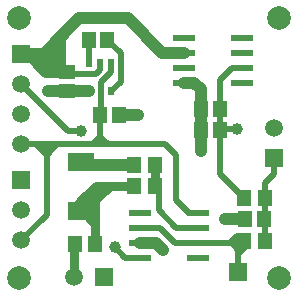
<source format=gtl>
G04 Layer_Physical_Order=1*
G04 Layer_Color=255*
%FSLAX42Y42*%
%MOMM*%
G71*
G01*
G75*
%ADD10R,1.30X1.40*%
%ADD11R,2.18X1.62*%
%ADD12R,1.15X1.35*%
%ADD13R,0.55X0.80*%
%ADD14R,1.98X0.56*%
%ADD15R,1.40X1.30*%
%ADD16C,0.50*%
%ADD17C,1.00*%
%ADD18C,0.80*%
%ADD19R,0.90X1.00*%
%ADD20C,2.00*%
%ADD21R,1.50X1.50*%
%ADD22C,1.50*%
%ADD23R,1.50X1.50*%
%ADD24C,1.00*%
D10*
X1890Y3060D02*
D03*
X2050D02*
D03*
X1990Y2420D02*
D03*
X2150D02*
D03*
X3000Y2470D02*
D03*
X2840D02*
D03*
X3000Y2290D02*
D03*
X2840D02*
D03*
X3372Y1537D02*
D03*
X3212D02*
D03*
D11*
X1827Y1605D02*
D03*
Y2027D02*
D03*
D12*
X1948Y1330D02*
D03*
X1773D02*
D03*
X2450Y1820D02*
D03*
X2275D02*
D03*
X3205Y1717D02*
D03*
X3380D02*
D03*
X3383Y1357D02*
D03*
X3208D02*
D03*
X2275Y2000D02*
D03*
X2450D02*
D03*
D13*
X2082Y2620D02*
D03*
X1892D02*
D03*
Y2860D02*
D03*
X1987D02*
D03*
X2082D02*
D03*
D14*
X2697Y3074D02*
D03*
Y2947D02*
D03*
Y2820D02*
D03*
Y2693D02*
D03*
X3190D02*
D03*
Y2820D02*
D03*
Y2947D02*
D03*
Y3074D02*
D03*
X2820Y1213D02*
D03*
Y1340D02*
D03*
Y1467D02*
D03*
Y1594D02*
D03*
X2327D02*
D03*
Y1467D02*
D03*
Y1340D02*
D03*
Y1213D02*
D03*
D15*
X1711Y2788D02*
D03*
Y2628D02*
D03*
D16*
X3383Y1357D02*
Y1727D01*
X3380Y1725D02*
Y1845D01*
Y1717D02*
Y1725D01*
Y1845D02*
X3460Y1925D01*
Y2060D01*
X3000Y1922D02*
X3205Y1717D01*
X3000Y1922D02*
Y2290D01*
X3159Y1246D02*
X3239Y1326D01*
X3159Y1280D02*
Y1309D01*
Y1246D02*
Y1280D01*
X3122Y1346D02*
X3159Y1309D01*
Y1280D02*
X3176Y1263D01*
X3093Y1346D02*
X3159Y1280D01*
X3087Y1340D02*
X3093Y1346D01*
X2820Y1340D02*
X3087D01*
X3093Y1346D02*
X3122D01*
X3164Y1400D02*
X3208Y1357D01*
X3147Y1400D02*
X3164D01*
X3093Y1346D02*
X3147Y1400D01*
X3159Y1092D02*
Y1246D01*
X3122Y1346D02*
X3196D01*
X3208Y1357D01*
X3159Y1309D02*
X3196Y1346D01*
X1320Y2680D02*
X1713Y2287D01*
X1827D01*
X1997Y2427D02*
Y2697D01*
X1990Y2420D02*
X1997Y2427D01*
Y2697D02*
X2082Y2782D01*
X1482Y2138D02*
X1535Y2085D01*
X1453Y2167D02*
X1482Y2138D01*
X1543D01*
X1453Y2172D02*
X1622D01*
X1320D02*
X1453D01*
Y2167D02*
Y2172D01*
X1535Y2085D02*
X1622Y2172D01*
X1925D01*
X1535Y1577D02*
Y2085D01*
X1320Y1362D02*
X1535Y1577D01*
X2620Y1340D02*
X2820D01*
X2493Y1467D02*
X2620Y1340D01*
X2327Y1467D02*
X2493D01*
X2632D02*
X2820D01*
X2483Y1616D02*
X2632Y1467D01*
X2483Y1616D02*
Y1787D01*
X2626Y1704D02*
Y2086D01*
X2541Y2172D02*
X2626Y2086D01*
X1983Y2172D02*
X2541D01*
X2450Y1820D02*
X2483Y1787D01*
X2626Y1704D02*
X2736Y1594D01*
X2820D01*
X1990Y2237D02*
X2055Y2172D01*
X1925D02*
X1983D01*
X1990Y2237D02*
Y2420D01*
Y2179D02*
Y2237D01*
X1925Y2172D02*
X1990Y2237D01*
X1983Y2172D02*
X1990Y2179D01*
X3000Y2720D02*
X3100Y2820D01*
X3000Y2530D02*
Y2720D01*
Y2530D02*
X3030Y2500D01*
X2110Y1300D02*
X2197Y1213D01*
X2327D01*
X2050Y3060D02*
X2165Y2945D01*
Y2703D02*
Y2945D01*
X3000Y2290D02*
Y2470D01*
X1892Y2860D02*
Y3058D01*
X2082Y2620D02*
X2165Y2703D01*
X2082Y2782D02*
Y2860D01*
X1952Y2765D02*
X1987Y2801D01*
Y2860D01*
X3383Y1727D02*
X3390D01*
X3380Y1725D02*
X3383Y1727D01*
X3208Y1357D02*
X3239Y1326D01*
X1650Y2790D02*
X1652Y2788D01*
X1675Y2765D01*
X1952D01*
X3000Y2290D02*
X3001Y2289D01*
X3012Y2300D01*
X3148D01*
D17*
X3045Y1537D02*
X3212D01*
X2697Y2693D02*
X2784D01*
X2840Y2637D01*
Y2470D02*
Y2637D01*
Y2120D02*
Y2290D01*
Y2470D01*
X2067Y2000D02*
X2275D01*
X1855D02*
X2067D01*
X2304Y2420D02*
X2305Y2419D01*
X2150Y2420D02*
X2304D01*
X1550Y2625D02*
X1553Y2627D01*
Y2627D01*
X1553Y2628D01*
X1711D01*
X1718Y2620D02*
X1892D01*
X1711Y2628D02*
X1718Y2620D01*
X2460Y1340D02*
X2520Y1280D01*
X2327Y1340D02*
X2460D01*
X1650Y3078D02*
X1812Y3240D01*
X1650Y3080D02*
X1680Y3110D01*
X1556Y2974D02*
X1650Y2880D01*
X1546Y2974D02*
X1556D01*
X1506Y2934D02*
X1546Y2974D01*
X2513Y2947D02*
X2697D01*
X2220Y3240D02*
X2513Y2947D01*
X1812Y3240D02*
X2220D01*
X1652Y2788D02*
X1711D01*
X1650Y2790D02*
Y2880D01*
X1506Y2934D02*
X1650Y2790D01*
X1382Y2934D02*
X1528Y2788D01*
X1652D01*
X1650Y2880D02*
Y3078D01*
X1320Y2934D02*
X1382D01*
X1506D01*
X1546Y2974D02*
X1650Y3078D01*
D18*
X2450Y1820D02*
Y2000D01*
X1770Y1327D02*
X1773Y1330D01*
X1770Y1050D02*
Y1327D01*
X1790Y1659D02*
X1828Y1698D01*
X1948D02*
X2070Y1820D01*
X1909Y1659D02*
X1948Y1698D01*
X1889Y1659D02*
X1909D01*
X1828Y1698D02*
X1951Y1820D01*
X2070D01*
X2275D01*
X1948Y1502D02*
Y1600D01*
Y1330D02*
Y1502D01*
X1790Y1659D02*
X1948Y1502D01*
Y1600D02*
Y1698D01*
X1790Y1659D02*
X1889D01*
X1948Y1600D01*
X1828Y1698D02*
X1948D01*
D19*
X1945Y1740D02*
D03*
D20*
X1300Y1040D02*
D03*
X3500D02*
D03*
Y3240D02*
D03*
X1300D02*
D03*
D21*
X3159Y1092D02*
D03*
X1320Y2934D02*
D03*
Y1870D02*
D03*
X3460Y2060D02*
D03*
D22*
X1320Y2680D02*
D03*
Y2426D02*
D03*
Y2172D02*
D03*
Y1616D02*
D03*
Y1362D02*
D03*
X3460Y2314D02*
D03*
X1770Y1050D02*
D03*
D23*
X2024D02*
D03*
D24*
X3045Y1537D02*
D03*
X2840Y2120D02*
D03*
X2067Y2000D02*
D03*
X1827Y2287D02*
D03*
X2305Y2419D02*
D03*
X1892Y2620D02*
D03*
X1550Y2625D02*
D03*
X2520Y1280D02*
D03*
X1600Y3020D02*
D03*
X1680Y3110D02*
D03*
X2110Y1300D02*
D03*
X3148Y2300D02*
D03*
M02*

</source>
